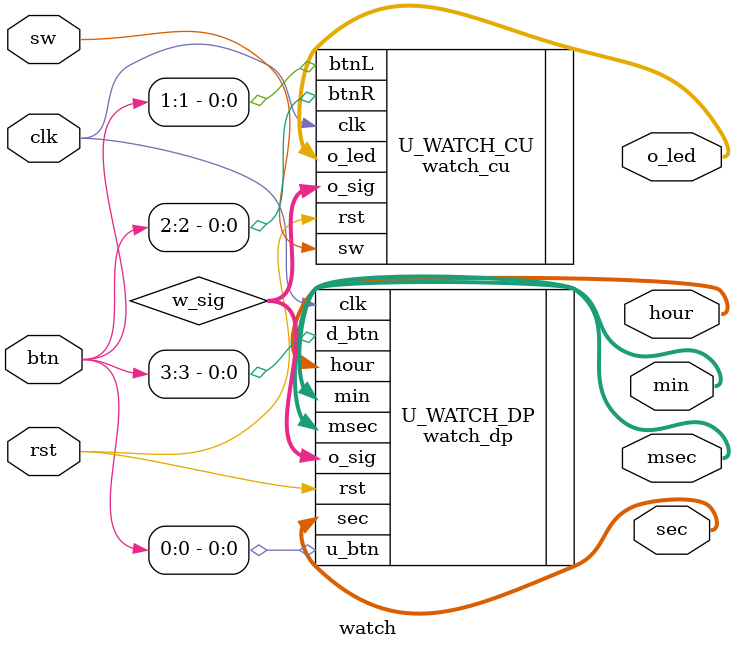
<source format=v>
`timescale 1ns / 1ps

module watch (
    input        clk,
    input        rst,
    input        sw,
    input  [3:0] btn,
    output [6:0] msec,
    output [5:0] sec,
    output [5:0] min,
    output [4:0] hour,
    output [1:0] o_led
);
    wire [3:0] w_sig;
    watch_dp U_WATCH_DP (
        .clk  (clk),
        .rst  (rst),
        .u_btn(btn[0]),
        .d_btn(btn[3]),
        .o_sig(w_sig),
        .msec (msec),
        .sec  (sec),
        .min  (min),
        .hour (hour)
    );

    watch_cu U_WATCH_CU(
    .sw(sw),
    .btnL(btn[1]),
    .btnR(btn[2]),
    .clk(clk),
    .rst(rst),
    .o_sig(w_sig),
    .o_led(o_led)
);
endmodule

</source>
